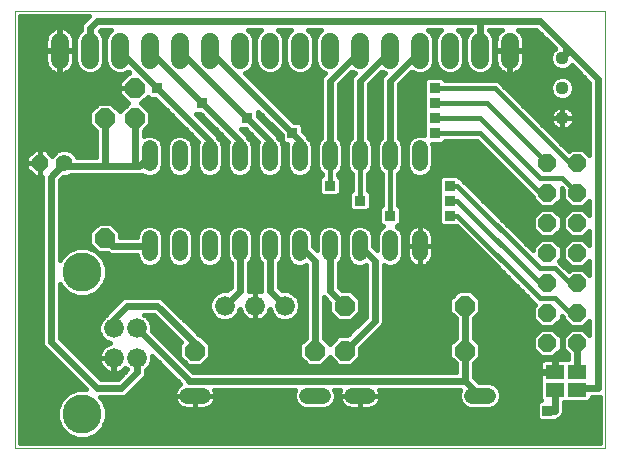
<source format=gbl>
G75*
G70*
%OFA0B0*%
%FSLAX24Y24*%
%IPPOS*%
%LPD*%
%AMOC8*
5,1,8,0,0,1.08239X$1,22.5*
%
%ADD10C,0.0000*%
%ADD11OC8,0.0660*%
%ADD12C,0.0660*%
%ADD13C,0.0520*%
%ADD14OC8,0.0560*%
%ADD15C,0.0560*%
%ADD16C,0.0440*%
%ADD17C,0.1300*%
%ADD18OC8,0.0600*%
%ADD19C,0.0600*%
%ADD20R,0.0630X0.0460*%
%ADD21C,0.0240*%
%ADD22C,0.0160*%
%ADD23R,0.0356X0.0356*%
D10*
X001774Y000181D02*
X001774Y014748D01*
X021459Y014748D01*
X021459Y000181D01*
X001774Y000181D01*
D11*
X007774Y003431D03*
X011774Y003431D03*
X012774Y003431D03*
X012774Y004931D03*
X016774Y004931D03*
X016774Y003431D03*
X005774Y011181D03*
X004774Y011181D03*
X005774Y012181D03*
X004774Y007181D03*
D12*
X008774Y004931D03*
X009774Y004931D03*
X010774Y004931D03*
X005854Y004174D03*
X005074Y004174D03*
X005074Y003189D03*
X005854Y003189D03*
D13*
X007514Y001931D02*
X008034Y001931D01*
X011514Y001931D02*
X012034Y001931D01*
X013014Y001931D02*
X013534Y001931D01*
X017014Y001931D02*
X017534Y001931D01*
X015274Y006671D02*
X015274Y007191D01*
X014274Y007191D02*
X014274Y006671D01*
X013274Y006671D02*
X013274Y007191D01*
X012274Y007191D02*
X012274Y006671D01*
X011274Y006671D02*
X011274Y007191D01*
X010274Y007191D02*
X010274Y006671D01*
X009274Y006671D02*
X009274Y007191D01*
X008274Y007191D02*
X008274Y006671D01*
X007274Y006671D02*
X007274Y007191D01*
X006274Y007191D02*
X006274Y006671D01*
X006274Y009671D02*
X006274Y010191D01*
X007274Y010191D02*
X007274Y009671D01*
X008274Y009671D02*
X008274Y010191D01*
X009274Y010191D02*
X009274Y009671D01*
X010274Y009671D02*
X010274Y010191D01*
X011274Y010191D02*
X011274Y009671D01*
X012274Y009671D02*
X012274Y010191D01*
X013274Y010191D02*
X013274Y009671D01*
X014274Y009671D02*
X014274Y010191D01*
X015274Y010191D02*
X015274Y009671D01*
D14*
X002624Y009681D03*
D15*
X003424Y009681D03*
D16*
X020024Y011181D03*
X020024Y012181D03*
X020024Y013181D03*
D17*
X004004Y006051D03*
X004004Y001311D03*
D18*
X019524Y003681D03*
X020524Y003681D03*
X020524Y004681D03*
X019524Y004681D03*
X019524Y005681D03*
X020524Y005681D03*
X020524Y006681D03*
X019524Y006681D03*
X019524Y007681D03*
X020524Y007681D03*
X020524Y008681D03*
X019524Y008681D03*
X019524Y009681D03*
X020524Y009681D03*
D19*
X018274Y013131D02*
X018274Y013731D01*
X017274Y013731D02*
X017274Y013131D01*
X016274Y013131D02*
X016274Y013731D01*
X015274Y013731D02*
X015274Y013131D01*
X014274Y013131D02*
X014274Y013731D01*
X013274Y013731D02*
X013274Y013131D01*
X012274Y013131D02*
X012274Y013731D01*
X011274Y013731D02*
X011274Y013131D01*
X010274Y013131D02*
X010274Y013731D01*
X009274Y013731D02*
X009274Y013131D01*
X008274Y013131D02*
X008274Y013731D01*
X007274Y013731D02*
X007274Y013131D01*
X006274Y013131D02*
X006274Y013731D01*
X005274Y013731D02*
X005274Y013131D01*
X004274Y013131D02*
X004274Y013731D01*
X003274Y013731D02*
X003274Y013131D01*
D20*
X019774Y002731D03*
X020524Y002731D03*
X020524Y002131D03*
X019774Y002131D03*
D21*
X019774Y001431D01*
X019524Y001431D01*
X020524Y002131D02*
X020574Y002181D01*
X021224Y002181D01*
X021224Y012481D01*
X020149Y013556D01*
X020149Y013306D01*
X020024Y013181D01*
X020149Y013556D02*
X019274Y014431D01*
X017274Y014431D01*
X017274Y013431D01*
X017274Y014431D02*
X004524Y014431D01*
X004274Y014181D01*
X004274Y013431D01*
X005274Y013431D02*
X006524Y012181D01*
X008274Y010431D01*
X008274Y009931D01*
X009274Y009931D02*
X009274Y010431D01*
X008024Y011681D01*
X006274Y013431D01*
X007274Y013431D02*
X009524Y011181D01*
X010274Y010431D01*
X010274Y009931D01*
X011274Y009931D02*
X011274Y010431D01*
X011024Y010681D01*
X008274Y013431D01*
X005774Y011181D02*
X005774Y009581D01*
X005924Y009581D01*
X006274Y009931D01*
X005774Y009581D02*
X004774Y009581D01*
X004774Y011181D01*
X004774Y009581D02*
X003274Y009581D01*
X003424Y009681D01*
X002974Y009231D01*
X002974Y003731D01*
X004524Y002181D01*
X005324Y002181D01*
X005854Y002711D01*
X005854Y003189D01*
X005854Y004174D02*
X007574Y002454D01*
X007574Y002431D01*
X016774Y002431D01*
X017274Y001931D01*
X016774Y002431D02*
X016774Y003431D01*
X016774Y004931D01*
X013774Y004431D02*
X013774Y006431D01*
X013274Y006931D01*
X012274Y006931D02*
X012274Y005431D01*
X012774Y004931D01*
X013774Y004431D02*
X012774Y003431D01*
X011774Y003431D02*
X011774Y006431D01*
X011274Y006931D01*
X010274Y006931D02*
X010274Y005431D01*
X010774Y004931D01*
X009274Y005431D02*
X009274Y006931D01*
X009274Y005431D02*
X008774Y004931D01*
X007774Y003681D02*
X007774Y003431D01*
X007774Y003681D02*
X006524Y004931D01*
X005524Y004931D01*
X005074Y004481D01*
X005074Y004174D01*
X005024Y006931D02*
X006274Y006931D01*
X005024Y006931D02*
X004774Y007181D01*
X012274Y009931D02*
X012274Y012431D01*
X013274Y013431D01*
X013274Y012431D02*
X014274Y013431D01*
X014274Y012431D02*
X015274Y013431D01*
X014274Y012431D02*
X014274Y009931D01*
X013274Y009931D02*
X013274Y012431D01*
X020524Y003681D02*
X020524Y002731D01*
D22*
X020224Y003141D02*
X020134Y003141D01*
X020130Y003137D01*
X020113Y003141D01*
X019809Y003141D01*
X019809Y002767D01*
X019739Y002767D01*
X019739Y003141D01*
X019435Y003141D01*
X019389Y003129D01*
X019348Y003105D01*
X019315Y003072D01*
X019291Y003031D01*
X019279Y002985D01*
X019279Y002766D01*
X019739Y002766D01*
X019739Y002696D01*
X019279Y002696D01*
X019279Y002478D01*
X019288Y002445D01*
X019279Y002436D01*
X019279Y001827D01*
X019316Y001789D01*
X019271Y001789D01*
X019166Y001684D01*
X019166Y001179D01*
X019271Y001073D01*
X019776Y001073D01*
X019835Y001132D01*
X019944Y001177D01*
X020028Y001261D01*
X020074Y001372D01*
X020074Y001721D01*
X020134Y001721D01*
X020913Y001721D01*
X021019Y001827D01*
X021019Y001881D01*
X021164Y001881D01*
X021279Y001881D01*
X021279Y000361D01*
X001954Y000361D01*
X001954Y014568D01*
X004237Y014568D01*
X004104Y014436D01*
X004020Y014351D01*
X003974Y014241D01*
X003974Y014110D01*
X003867Y014003D01*
X003794Y013827D01*
X003794Y013036D01*
X003867Y012859D01*
X004002Y012724D01*
X004178Y012651D01*
X004369Y012651D01*
X004546Y012724D01*
X004681Y012859D01*
X004754Y013036D01*
X004754Y013827D01*
X004681Y014003D01*
X004600Y014084D01*
X004648Y014131D01*
X004995Y014131D01*
X004867Y014003D01*
X004794Y013827D01*
X004794Y013036D01*
X004867Y012859D01*
X005002Y012724D01*
X005178Y012651D01*
X005369Y012651D01*
X005546Y012724D01*
X005551Y012730D01*
X005590Y012691D01*
X005563Y012691D01*
X005264Y012393D01*
X005264Y012182D01*
X005773Y012182D01*
X005773Y012181D01*
X005264Y012181D01*
X005264Y011970D01*
X005553Y011681D01*
X005274Y011403D01*
X004985Y011691D01*
X004563Y011691D01*
X004264Y011393D01*
X004264Y010970D01*
X004474Y010760D01*
X004474Y009881D01*
X003839Y009881D01*
X003814Y009942D01*
X003684Y010071D01*
X003515Y010141D01*
X003332Y010141D01*
X003163Y010071D01*
X003034Y009942D01*
X003028Y009928D01*
X002814Y010141D01*
X002624Y010141D01*
X002624Y009682D01*
X002624Y009682D01*
X002624Y010141D01*
X002433Y010141D01*
X002164Y009872D01*
X002164Y009682D01*
X002623Y009682D01*
X002623Y009681D01*
X002164Y009681D01*
X002164Y009491D01*
X002433Y009221D01*
X002624Y009221D01*
X002674Y009221D01*
X002674Y009172D01*
X002674Y003672D01*
X002720Y003561D01*
X002804Y003477D01*
X004140Y002141D01*
X003839Y002141D01*
X003534Y002015D01*
X003300Y001782D01*
X003174Y001476D01*
X003174Y001146D01*
X003300Y000841D01*
X003534Y000608D01*
X003839Y000481D01*
X004169Y000481D01*
X004474Y000608D01*
X004707Y000841D01*
X004834Y001146D01*
X004834Y001476D01*
X004707Y001782D01*
X004608Y001881D01*
X005384Y001881D01*
X005494Y001927D01*
X005578Y002011D01*
X006108Y002541D01*
X006154Y002652D01*
X006154Y002768D01*
X006286Y002900D01*
X006364Y003088D01*
X006364Y003239D01*
X007291Y002312D01*
X007283Y002308D01*
X007227Y002267D01*
X007178Y002218D01*
X007138Y002162D01*
X007106Y002100D01*
X007085Y002034D01*
X007074Y001966D01*
X007074Y001932D01*
X007773Y001932D01*
X007773Y001931D01*
X007074Y001931D01*
X007074Y001897D01*
X007085Y001828D01*
X007106Y001762D01*
X007138Y001701D01*
X007178Y001645D01*
X007227Y001596D01*
X007283Y001555D01*
X007345Y001524D01*
X007411Y001502D01*
X007479Y001491D01*
X007774Y001491D01*
X008068Y001491D01*
X008137Y001502D01*
X008203Y001524D01*
X008264Y001555D01*
X008320Y001596D01*
X008369Y001645D01*
X008410Y001701D01*
X008442Y001762D01*
X008463Y001828D01*
X008474Y001897D01*
X008474Y001931D01*
X007774Y001931D01*
X007774Y001491D01*
X007774Y001931D01*
X007774Y001931D01*
X007774Y001932D01*
X008474Y001932D01*
X008474Y001966D01*
X008463Y002034D01*
X008442Y002100D01*
X008426Y002131D01*
X011120Y002131D01*
X011074Y002019D01*
X011074Y001844D01*
X011141Y001682D01*
X011265Y001558D01*
X011426Y001491D01*
X012121Y001491D01*
X012283Y001558D01*
X012407Y001682D01*
X012474Y001844D01*
X012474Y002019D01*
X012427Y002131D01*
X012622Y002131D01*
X012606Y002100D01*
X012585Y002034D01*
X012574Y001966D01*
X012574Y001932D01*
X013273Y001932D01*
X013273Y001931D01*
X012574Y001931D01*
X012574Y001897D01*
X012585Y001828D01*
X012606Y001762D01*
X012638Y001701D01*
X012678Y001645D01*
X012727Y001596D01*
X012783Y001555D01*
X012845Y001524D01*
X012911Y001502D01*
X012979Y001491D01*
X013274Y001491D01*
X013568Y001491D01*
X013637Y001502D01*
X013703Y001524D01*
X013764Y001555D01*
X013820Y001596D01*
X013869Y001645D01*
X013910Y001701D01*
X013942Y001762D01*
X013963Y001828D01*
X013974Y001897D01*
X013974Y001931D01*
X013274Y001931D01*
X013274Y001491D01*
X013274Y001931D01*
X013274Y001931D01*
X013274Y001932D01*
X013974Y001932D01*
X013974Y001966D01*
X013963Y002034D01*
X013942Y002100D01*
X013926Y002131D01*
X016620Y002131D01*
X016574Y002019D01*
X016574Y001844D01*
X016641Y001682D01*
X016765Y001558D01*
X016926Y001491D01*
X017621Y001491D01*
X017783Y001558D01*
X017907Y001682D01*
X017974Y001844D01*
X017974Y002019D01*
X017907Y002181D01*
X017783Y002304D01*
X017621Y002371D01*
X017258Y002371D01*
X017074Y002556D01*
X017074Y003010D01*
X017284Y003220D01*
X017284Y003643D01*
X017074Y003853D01*
X017074Y004510D01*
X017284Y004720D01*
X017284Y005143D01*
X016985Y005441D01*
X016563Y005441D01*
X016264Y005143D01*
X016264Y004720D01*
X016474Y004510D01*
X016474Y003853D01*
X016264Y003643D01*
X016264Y003220D01*
X016474Y003010D01*
X016474Y002731D01*
X007720Y002731D01*
X006364Y004088D01*
X006364Y004275D01*
X006286Y004462D01*
X006569Y004462D01*
X006727Y004304D02*
X006352Y004304D01*
X006364Y004145D02*
X006886Y004145D01*
X007045Y003986D02*
X006465Y003986D01*
X006624Y003828D02*
X007203Y003828D01*
X007326Y003705D02*
X007264Y003643D01*
X007264Y003220D01*
X007563Y002921D01*
X007985Y002921D01*
X008284Y003220D01*
X008284Y003643D01*
X007985Y003941D01*
X007938Y003941D01*
X006694Y005186D01*
X006584Y005231D01*
X006464Y005231D01*
X005464Y005231D01*
X005354Y005186D01*
X005270Y005101D01*
X004820Y004651D01*
X004804Y004614D01*
X004785Y004606D01*
X004641Y004462D01*
X003274Y004462D01*
X003274Y004304D02*
X004576Y004304D01*
X004564Y004275D02*
X004564Y004072D01*
X004641Y003885D01*
X004785Y003741D01*
X004933Y003680D01*
X004878Y003662D01*
X004807Y003625D01*
X004742Y003578D01*
X004685Y003521D01*
X004638Y003457D01*
X004601Y003385D01*
X004576Y003309D01*
X004564Y003229D01*
X004564Y003199D01*
X005064Y003199D01*
X005064Y003179D01*
X005084Y003179D01*
X005084Y002679D01*
X005114Y002679D01*
X005193Y002692D01*
X005270Y002717D01*
X005341Y002753D01*
X005406Y002800D01*
X005463Y002857D01*
X005464Y002858D01*
X005520Y002802D01*
X005200Y002481D01*
X004648Y002481D01*
X003274Y003856D01*
X003274Y005645D01*
X003300Y005581D01*
X003534Y005348D01*
X003839Y005221D01*
X004169Y005221D01*
X004474Y005348D01*
X004707Y005581D01*
X004834Y005886D01*
X004834Y006216D01*
X004707Y006522D01*
X004474Y006755D01*
X004169Y006881D01*
X003839Y006881D01*
X003534Y006755D01*
X003300Y006522D01*
X003274Y006458D01*
X003274Y009107D01*
X003388Y009221D01*
X003515Y009221D01*
X003660Y009281D01*
X004714Y009281D01*
X004834Y009281D01*
X005714Y009281D01*
X005834Y009281D01*
X005864Y009281D01*
X005984Y009281D01*
X006025Y009298D01*
X006186Y009231D01*
X006361Y009231D01*
X006523Y009298D01*
X006647Y009422D01*
X006714Y009584D01*
X006714Y010279D01*
X006647Y010441D01*
X006523Y010564D01*
X006361Y010631D01*
X006186Y010631D01*
X006074Y010585D01*
X006074Y010760D01*
X006284Y010970D01*
X006284Y011393D01*
X005995Y011681D01*
X006204Y011890D01*
X006271Y011823D01*
X006458Y011823D01*
X007883Y010398D01*
X007834Y010279D01*
X007834Y009584D01*
X007901Y009422D01*
X008025Y009298D01*
X008186Y009231D01*
X008361Y009231D01*
X008523Y009298D01*
X008647Y009422D01*
X008714Y009584D01*
X008714Y010279D01*
X008647Y010441D01*
X008558Y010530D01*
X008528Y010601D01*
X007806Y011323D01*
X007958Y011323D01*
X008883Y010398D01*
X008834Y010279D01*
X008834Y009584D01*
X008901Y009422D01*
X009025Y009298D01*
X009186Y009231D01*
X009361Y009231D01*
X009523Y009298D01*
X009647Y009422D01*
X009714Y009584D01*
X009714Y010279D01*
X009647Y010441D01*
X009558Y010530D01*
X009528Y010601D01*
X009306Y010823D01*
X009458Y010823D01*
X009883Y010398D01*
X009834Y010279D01*
X009834Y009584D01*
X009901Y009422D01*
X010025Y009298D01*
X010186Y009231D01*
X010361Y009231D01*
X010523Y009298D01*
X010647Y009422D01*
X010714Y009584D01*
X010714Y010279D01*
X010647Y010441D01*
X010558Y010530D01*
X010528Y010601D01*
X009882Y011248D01*
X009882Y011399D01*
X010666Y010615D01*
X010666Y010429D01*
X010771Y010323D01*
X010852Y010323D01*
X010834Y010279D01*
X010834Y009584D01*
X010901Y009422D01*
X011025Y009298D01*
X011186Y009231D01*
X011361Y009231D01*
X011523Y009298D01*
X011647Y009422D01*
X011714Y009584D01*
X011714Y010279D01*
X011647Y010441D01*
X011558Y010530D01*
X011528Y010601D01*
X011382Y010748D01*
X011382Y010934D01*
X011276Y011039D01*
X011090Y011039D01*
X009446Y012683D01*
X009546Y012724D01*
X009681Y012859D01*
X009754Y013036D01*
X009754Y013827D01*
X009681Y014003D01*
X009553Y014131D01*
X009995Y014131D01*
X009867Y014003D01*
X009794Y013827D01*
X009794Y013036D01*
X009867Y012859D01*
X010002Y012724D01*
X010178Y012651D01*
X010369Y012651D01*
X010546Y012724D01*
X010681Y012859D01*
X010754Y013036D01*
X010754Y013827D01*
X010681Y014003D01*
X010553Y014131D01*
X010995Y014131D01*
X010867Y014003D01*
X010794Y013827D01*
X010794Y013036D01*
X010867Y012859D01*
X011002Y012724D01*
X011178Y012651D01*
X011369Y012651D01*
X011546Y012724D01*
X011681Y012859D01*
X011754Y013036D01*
X011754Y013827D01*
X011681Y014003D01*
X011553Y014131D01*
X011995Y014131D01*
X011867Y014003D01*
X011794Y013827D01*
X011794Y013036D01*
X011867Y012859D01*
X012002Y012724D01*
X012101Y012683D01*
X012020Y012601D01*
X011974Y012491D01*
X011974Y012372D01*
X011974Y010514D01*
X011901Y010441D01*
X011834Y010279D01*
X011834Y009584D01*
X011901Y009422D01*
X012014Y009309D01*
X012014Y009282D01*
X011916Y009184D01*
X011916Y008679D01*
X012021Y008573D01*
X012526Y008573D01*
X012632Y008679D01*
X012632Y009184D01*
X012534Y009282D01*
X012534Y009309D01*
X012647Y009422D01*
X012714Y009584D01*
X012714Y010279D01*
X012647Y010441D01*
X012574Y010514D01*
X012574Y012307D01*
X012997Y012730D01*
X013002Y012724D01*
X013101Y012683D01*
X013020Y012601D01*
X012974Y012491D01*
X012974Y012372D01*
X012974Y010514D01*
X012901Y010441D01*
X012834Y010279D01*
X012834Y009584D01*
X012901Y009422D01*
X013014Y009309D01*
X013014Y008782D01*
X012916Y008684D01*
X012916Y008179D01*
X013021Y008073D01*
X013526Y008073D01*
X013632Y008179D01*
X013632Y008684D01*
X013534Y008782D01*
X013534Y009309D01*
X013647Y009422D01*
X013714Y009584D01*
X013714Y010279D01*
X013647Y010441D01*
X013574Y010514D01*
X013574Y012307D01*
X013997Y012730D01*
X014002Y012724D01*
X014101Y012683D01*
X014020Y012601D01*
X013974Y012491D01*
X013974Y012372D01*
X013974Y010514D01*
X013901Y010441D01*
X013834Y010279D01*
X013834Y009584D01*
X013901Y009422D01*
X014014Y009309D01*
X014014Y008282D01*
X013916Y008184D01*
X013916Y007679D01*
X014021Y007573D01*
X014046Y007573D01*
X014025Y007564D01*
X013901Y007441D01*
X013834Y007279D01*
X013834Y006796D01*
X013714Y006916D01*
X013714Y007279D01*
X013647Y007441D01*
X013523Y007564D01*
X013361Y007631D01*
X013186Y007631D01*
X013025Y007564D01*
X012901Y007441D01*
X012834Y007279D01*
X012834Y006584D01*
X012901Y006422D01*
X013025Y006298D01*
X013186Y006231D01*
X013361Y006231D01*
X013474Y006278D01*
X013474Y004556D01*
X012860Y003941D01*
X012563Y003941D01*
X012274Y003653D01*
X012074Y003853D01*
X012074Y005207D01*
X012104Y005177D01*
X012264Y005017D01*
X012264Y004720D01*
X012563Y004421D01*
X012985Y004421D01*
X013284Y004720D01*
X013284Y005143D01*
X012985Y005441D01*
X012688Y005441D01*
X012574Y005556D01*
X012574Y006349D01*
X012647Y006422D01*
X012714Y006584D01*
X012714Y007279D01*
X012647Y007441D01*
X012523Y007564D01*
X012361Y007631D01*
X012186Y007631D01*
X012025Y007564D01*
X011901Y007441D01*
X011834Y007279D01*
X011834Y006796D01*
X011714Y006916D01*
X011714Y007279D01*
X011647Y007441D01*
X011523Y007564D01*
X011361Y007631D01*
X011186Y007631D01*
X011025Y007564D01*
X010901Y007441D01*
X010834Y007279D01*
X010834Y006584D01*
X010901Y006422D01*
X011025Y006298D01*
X011186Y006231D01*
X011361Y006231D01*
X011474Y006278D01*
X011474Y003853D01*
X011264Y003643D01*
X011264Y003220D01*
X011563Y002921D01*
X011985Y002921D01*
X012274Y003210D01*
X012563Y002921D01*
X012985Y002921D01*
X013284Y003220D01*
X013284Y003517D01*
X013944Y004177D01*
X014028Y004261D01*
X014074Y004372D01*
X014074Y006278D01*
X014186Y006231D01*
X014361Y006231D01*
X014523Y006298D01*
X014647Y006422D01*
X014714Y006584D01*
X014714Y007279D01*
X014647Y007441D01*
X014523Y007564D01*
X014501Y007573D01*
X014526Y007573D01*
X014632Y007679D01*
X014632Y008184D01*
X014534Y008282D01*
X014534Y009309D01*
X014647Y009422D01*
X014714Y009584D01*
X014714Y010279D01*
X014647Y010441D01*
X014574Y010514D01*
X014574Y012307D01*
X014997Y012730D01*
X015002Y012724D01*
X015178Y012651D01*
X015369Y012651D01*
X015546Y012724D01*
X015681Y012859D01*
X015754Y013036D01*
X015754Y013827D01*
X015681Y014003D01*
X015553Y014131D01*
X015995Y014131D01*
X015867Y014003D01*
X015794Y013827D01*
X015794Y013036D01*
X015867Y012859D01*
X016002Y012724D01*
X016178Y012651D01*
X016369Y012651D01*
X016546Y012724D01*
X016681Y012859D01*
X016754Y013036D01*
X016754Y013827D01*
X016681Y014003D01*
X016553Y014131D01*
X016974Y014131D01*
X016974Y014110D01*
X016867Y014003D01*
X016794Y013827D01*
X016794Y013036D01*
X016867Y012859D01*
X017002Y012724D01*
X017178Y012651D01*
X017369Y012651D01*
X017546Y012724D01*
X017681Y012859D01*
X017754Y013036D01*
X017754Y013827D01*
X017681Y014003D01*
X017574Y014110D01*
X017574Y014131D01*
X018008Y014131D01*
X017961Y014098D01*
X017908Y014044D01*
X017863Y013983D01*
X017829Y013916D01*
X017806Y013844D01*
X017794Y013769D01*
X017794Y013451D01*
X018254Y013451D01*
X018254Y013411D01*
X018294Y013411D01*
X018294Y012651D01*
X018312Y012651D01*
X018386Y012663D01*
X018458Y012687D01*
X018525Y012721D01*
X018587Y012765D01*
X018640Y012819D01*
X018684Y012880D01*
X018719Y012947D01*
X018742Y013019D01*
X018754Y013094D01*
X018754Y013411D01*
X018294Y013411D01*
X018294Y013451D01*
X018754Y013451D01*
X018754Y013769D01*
X018742Y013844D01*
X018719Y013916D01*
X018684Y013983D01*
X018640Y014044D01*
X018587Y014098D01*
X018540Y014131D01*
X019150Y014131D01*
X019779Y013502D01*
X019685Y013408D01*
X019624Y013261D01*
X019624Y013102D01*
X019685Y012955D01*
X019797Y012842D01*
X019944Y012781D01*
X020103Y012781D01*
X020250Y012842D01*
X020345Y012936D01*
X020924Y012357D01*
X020924Y009960D01*
X020723Y010161D01*
X020325Y010161D01*
X020243Y010080D01*
X017921Y012402D01*
X017826Y012441D01*
X017722Y012441D01*
X016125Y012441D01*
X016026Y012539D01*
X015521Y012539D01*
X015416Y012434D01*
X015416Y011929D01*
X015416Y011434D01*
X015416Y010934D01*
X015416Y010609D01*
X015361Y010631D01*
X015186Y010631D01*
X015025Y010564D01*
X014901Y010441D01*
X014834Y010279D01*
X014834Y009584D01*
X014901Y009422D01*
X015025Y009298D01*
X015186Y009231D01*
X015361Y009231D01*
X015523Y009298D01*
X015647Y009422D01*
X015714Y009584D01*
X015714Y010279D01*
X015695Y010323D01*
X016026Y010323D01*
X016125Y010421D01*
X017166Y010421D01*
X019044Y008544D01*
X019044Y008483D01*
X019325Y008201D01*
X019723Y008201D01*
X020004Y008483D01*
X020004Y008834D01*
X020044Y008794D01*
X020044Y008483D01*
X020325Y008201D01*
X020723Y008201D01*
X020924Y008403D01*
X020924Y007960D01*
X020723Y008161D01*
X020325Y008161D01*
X020044Y007880D01*
X020044Y007483D01*
X020325Y007201D01*
X020723Y007201D01*
X020924Y007403D01*
X020924Y006960D01*
X020723Y007161D01*
X020325Y007161D01*
X020044Y006880D01*
X020044Y006483D01*
X020325Y006201D01*
X020723Y006201D01*
X020924Y006403D01*
X020924Y005960D01*
X020723Y006161D01*
X020325Y006161D01*
X020243Y006080D01*
X019994Y006329D01*
X019922Y006401D01*
X020004Y006483D01*
X020004Y006880D01*
X019723Y007161D01*
X019325Y007161D01*
X019044Y006880D01*
X019044Y006779D01*
X016671Y009152D01*
X016632Y009168D01*
X016632Y009184D01*
X016526Y009289D01*
X016021Y009289D01*
X015916Y009184D01*
X015916Y008679D01*
X015916Y008179D01*
X015916Y007679D01*
X016021Y007573D01*
X016514Y007573D01*
X019126Y004962D01*
X019044Y004880D01*
X019044Y004483D01*
X019325Y004201D01*
X019723Y004201D01*
X020004Y004483D01*
X020004Y004584D01*
X020044Y004544D01*
X020044Y004483D01*
X020325Y004201D01*
X020723Y004201D01*
X020924Y004403D01*
X020924Y003960D01*
X020723Y004161D01*
X020325Y004161D01*
X020044Y003880D01*
X020044Y003483D01*
X020224Y003303D01*
X020224Y003141D01*
X020224Y003194D02*
X017257Y003194D01*
X017284Y003352D02*
X019174Y003352D01*
X019044Y003483D02*
X019325Y003201D01*
X019723Y003201D01*
X020004Y003483D01*
X020004Y003880D01*
X019723Y004161D01*
X019325Y004161D01*
X019044Y003880D01*
X019044Y003483D01*
X019044Y003511D02*
X017284Y003511D01*
X017257Y003669D02*
X019044Y003669D01*
X019044Y003828D02*
X017099Y003828D01*
X017074Y003986D02*
X019150Y003986D01*
X019309Y004145D02*
X017074Y004145D01*
X017074Y004304D02*
X019223Y004304D01*
X019064Y004462D02*
X017074Y004462D01*
X017184Y004621D02*
X019044Y004621D01*
X019044Y004779D02*
X017284Y004779D01*
X017284Y004938D02*
X019101Y004938D01*
X018991Y005096D02*
X017284Y005096D01*
X017172Y005255D02*
X018833Y005255D01*
X018674Y005413D02*
X017013Y005413D01*
X016535Y005413D02*
X014074Y005413D01*
X014074Y005255D02*
X016376Y005255D01*
X016264Y005096D02*
X014074Y005096D01*
X014074Y004938D02*
X016264Y004938D01*
X016264Y004779D02*
X014074Y004779D01*
X014074Y004621D02*
X016363Y004621D01*
X016474Y004462D02*
X014074Y004462D01*
X014046Y004304D02*
X016474Y004304D01*
X016474Y004145D02*
X013912Y004145D01*
X013753Y003986D02*
X016474Y003986D01*
X016449Y003828D02*
X013595Y003828D01*
X013436Y003669D02*
X016291Y003669D01*
X016264Y003511D02*
X013284Y003511D01*
X013284Y003352D02*
X016264Y003352D01*
X016290Y003194D02*
X013257Y003194D01*
X013099Y003035D02*
X016449Y003035D01*
X016474Y002877D02*
X007575Y002877D01*
X007449Y003035D02*
X007416Y003035D01*
X007290Y003194D02*
X007258Y003194D01*
X007264Y003352D02*
X007099Y003352D01*
X006941Y003511D02*
X007264Y003511D01*
X007291Y003669D02*
X006782Y003669D01*
X007326Y003705D02*
X006400Y004631D01*
X006081Y004631D01*
X006143Y004606D01*
X006286Y004462D01*
X006410Y004621D02*
X006107Y004621D01*
X006942Y004938D02*
X008264Y004938D01*
X008264Y005033D02*
X008264Y004830D01*
X008341Y004643D01*
X008485Y004499D01*
X008672Y004421D01*
X008875Y004421D01*
X009063Y004499D01*
X009206Y004643D01*
X009276Y004812D01*
X009276Y004812D01*
X009301Y004736D01*
X009338Y004664D01*
X009385Y004599D01*
X009442Y004542D01*
X009507Y004495D01*
X009578Y004459D01*
X009654Y004434D01*
X009734Y004421D01*
X009774Y004421D01*
X009814Y004421D01*
X009893Y004434D01*
X009970Y004459D01*
X010041Y004495D01*
X010106Y004542D01*
X010163Y004599D01*
X010210Y004664D01*
X010246Y004736D01*
X010271Y004812D01*
X010341Y004643D01*
X010485Y004499D01*
X010672Y004421D01*
X010875Y004421D01*
X011063Y004499D01*
X011206Y004643D01*
X011284Y004830D01*
X011284Y005033D01*
X011206Y005220D01*
X011063Y005364D01*
X010875Y005441D01*
X010688Y005441D01*
X010574Y005556D01*
X010574Y006349D01*
X010647Y006422D01*
X010714Y006584D01*
X010714Y007279D01*
X010647Y007441D01*
X010523Y007564D01*
X010361Y007631D01*
X010186Y007631D01*
X010025Y007564D01*
X009901Y007441D01*
X009834Y007279D01*
X009834Y006584D01*
X009901Y006422D01*
X009974Y006349D01*
X009974Y005402D01*
X009970Y005404D01*
X009893Y005429D01*
X009814Y005441D01*
X009774Y005441D01*
X009774Y004932D01*
X009774Y004932D01*
X009774Y005441D01*
X009734Y005441D01*
X009654Y005429D01*
X009578Y005404D01*
X009574Y005402D01*
X009574Y006349D01*
X009647Y006422D01*
X009714Y006584D01*
X009714Y007279D01*
X009647Y007441D01*
X009523Y007564D01*
X009361Y007631D01*
X009186Y007631D01*
X009025Y007564D01*
X008901Y007441D01*
X008834Y007279D01*
X008834Y006584D01*
X008901Y006422D01*
X008974Y006349D01*
X008974Y005556D01*
X008860Y005441D01*
X008672Y005441D01*
X008485Y005364D01*
X008341Y005220D01*
X008264Y005033D01*
X008290Y005096D02*
X006783Y005096D01*
X007100Y004779D02*
X008285Y004779D01*
X008363Y004621D02*
X007259Y004621D01*
X007417Y004462D02*
X008574Y004462D01*
X008973Y004462D02*
X009572Y004462D01*
X009774Y004462D02*
X009774Y004462D01*
X009774Y004421D02*
X009774Y004931D01*
X009774Y004931D01*
X009774Y004421D01*
X009774Y004621D02*
X009774Y004621D01*
X009976Y004462D02*
X010574Y004462D01*
X010363Y004621D02*
X010178Y004621D01*
X010261Y004779D02*
X010285Y004779D01*
X010271Y004812D02*
X010271Y004812D01*
X009774Y004779D02*
X009774Y004779D01*
X009774Y004938D02*
X009774Y004938D01*
X009774Y005096D02*
X009774Y005096D01*
X009774Y005255D02*
X009774Y005255D01*
X009774Y005413D02*
X009774Y005413D01*
X009941Y005413D02*
X009974Y005413D01*
X009974Y005572D02*
X009574Y005572D01*
X009574Y005730D02*
X009974Y005730D01*
X009974Y005889D02*
X009574Y005889D01*
X009574Y006048D02*
X009974Y006048D01*
X009974Y006206D02*
X009574Y006206D01*
X009589Y006365D02*
X009958Y006365D01*
X009859Y006523D02*
X009689Y006523D01*
X009714Y006682D02*
X009834Y006682D01*
X009834Y006840D02*
X009714Y006840D01*
X009714Y006999D02*
X009834Y006999D01*
X009834Y007157D02*
X009714Y007157D01*
X009699Y007316D02*
X009849Y007316D01*
X009935Y007474D02*
X009613Y007474D01*
X008935Y007474D02*
X008613Y007474D01*
X008647Y007441D02*
X008523Y007564D01*
X008361Y007631D01*
X008186Y007631D01*
X008025Y007564D01*
X007901Y007441D01*
X007834Y007279D01*
X007834Y006584D01*
X007901Y006422D01*
X008025Y006298D01*
X008186Y006231D01*
X008361Y006231D01*
X008523Y006298D01*
X008647Y006422D01*
X008714Y006584D01*
X008714Y007279D01*
X008647Y007441D01*
X008699Y007316D02*
X008849Y007316D01*
X008834Y007157D02*
X008714Y007157D01*
X008714Y006999D02*
X008834Y006999D01*
X008834Y006840D02*
X008714Y006840D01*
X008714Y006682D02*
X008834Y006682D01*
X008859Y006523D02*
X008689Y006523D01*
X008589Y006365D02*
X008958Y006365D01*
X008974Y006206D02*
X004834Y006206D01*
X004834Y006048D02*
X008974Y006048D01*
X008974Y005889D02*
X004834Y005889D01*
X004769Y005730D02*
X008974Y005730D01*
X008974Y005572D02*
X004698Y005572D01*
X004540Y005413D02*
X008605Y005413D01*
X008376Y005255D02*
X004250Y005255D01*
X003758Y005255D02*
X003274Y005255D01*
X003274Y005413D02*
X003468Y005413D01*
X003310Y005572D02*
X003274Y005572D01*
X003274Y005096D02*
X005264Y005096D01*
X005106Y004938D02*
X003274Y004938D01*
X003274Y004779D02*
X004947Y004779D01*
X004807Y004621D02*
X003274Y004621D01*
X003274Y004145D02*
X004564Y004145D01*
X004564Y004275D02*
X004641Y004462D01*
X004599Y003986D02*
X003274Y003986D01*
X003302Y003828D02*
X004698Y003828D01*
X004901Y003669D02*
X003460Y003669D01*
X003619Y003511D02*
X004677Y003511D01*
X004591Y003352D02*
X003777Y003352D01*
X003936Y003194D02*
X005064Y003194D01*
X005064Y003179D02*
X004564Y003179D01*
X004564Y003149D01*
X004576Y003070D01*
X004601Y002994D01*
X004638Y002922D01*
X004685Y002857D01*
X004742Y002800D01*
X004807Y002753D01*
X004878Y002717D01*
X004954Y002692D01*
X005034Y002679D01*
X005064Y002679D01*
X005064Y003179D01*
X005064Y003035D02*
X005084Y003035D01*
X005084Y002877D02*
X005064Y002877D01*
X005064Y002718D02*
X005084Y002718D01*
X005272Y002718D02*
X005436Y002718D01*
X005278Y002560D02*
X004570Y002560D01*
X004411Y002718D02*
X004875Y002718D01*
X004671Y002877D02*
X004253Y002877D01*
X004094Y003035D02*
X004588Y003035D01*
X003880Y002401D02*
X001954Y002401D01*
X001954Y002242D02*
X004039Y002242D01*
X003700Y002084D02*
X001954Y002084D01*
X001954Y001925D02*
X003444Y001925D01*
X003294Y001767D02*
X001954Y001767D01*
X001954Y001608D02*
X003228Y001608D01*
X003174Y001450D02*
X001954Y001450D01*
X001954Y001291D02*
X003174Y001291D01*
X003179Y001133D02*
X001954Y001133D01*
X001954Y000974D02*
X003245Y000974D01*
X003326Y000816D02*
X001954Y000816D01*
X001954Y000657D02*
X003484Y000657D01*
X003797Y000499D02*
X001954Y000499D01*
X004210Y000499D02*
X021279Y000499D01*
X021279Y000657D02*
X004523Y000657D01*
X004682Y000816D02*
X021279Y000816D01*
X021279Y000974D02*
X004762Y000974D01*
X004828Y001133D02*
X019212Y001133D01*
X019166Y001291D02*
X004834Y001291D01*
X004834Y001450D02*
X019166Y001450D01*
X019166Y001608D02*
X017833Y001608D01*
X017942Y001767D02*
X019249Y001767D01*
X019279Y001925D02*
X017974Y001925D01*
X017947Y002084D02*
X019279Y002084D01*
X019279Y002242D02*
X017845Y002242D01*
X017228Y002401D02*
X019279Y002401D01*
X019279Y002560D02*
X017074Y002560D01*
X017074Y002718D02*
X019739Y002718D01*
X019739Y002877D02*
X019809Y002877D01*
X019809Y003035D02*
X019739Y003035D01*
X019874Y003352D02*
X020174Y003352D01*
X020044Y003511D02*
X020004Y003511D01*
X020004Y003669D02*
X020044Y003669D01*
X020044Y003828D02*
X020004Y003828D01*
X019898Y003986D02*
X020150Y003986D01*
X020309Y004145D02*
X019739Y004145D01*
X019825Y004304D02*
X020223Y004304D01*
X020064Y004462D02*
X019983Y004462D01*
X020274Y004681D02*
X019774Y005181D01*
X019274Y005181D01*
X016524Y007931D01*
X016274Y007931D01*
X015916Y007950D02*
X014632Y007950D01*
X014632Y007791D02*
X015916Y007791D01*
X015962Y007633D02*
X014586Y007633D01*
X014613Y007474D02*
X014936Y007474D01*
X014938Y007478D02*
X014898Y007422D01*
X014866Y007360D01*
X014845Y007294D01*
X014834Y007226D01*
X014834Y006932D01*
X015273Y006932D01*
X015273Y006931D01*
X014834Y006931D01*
X014834Y006637D01*
X014845Y006568D01*
X014866Y006502D01*
X014898Y006441D01*
X014938Y006385D01*
X014987Y006336D01*
X015043Y006295D01*
X015105Y006264D01*
X015171Y006242D01*
X015239Y006231D01*
X015274Y006231D01*
X015308Y006231D01*
X015377Y006242D01*
X015443Y006264D01*
X015504Y006295D01*
X015560Y006336D01*
X015609Y006385D01*
X015650Y006441D01*
X015682Y006502D01*
X015703Y006568D01*
X015714Y006637D01*
X015714Y006931D01*
X015274Y006931D01*
X015274Y006231D01*
X015274Y006931D01*
X015274Y006931D01*
X015274Y006932D01*
X015274Y006932D01*
X015274Y007631D01*
X015308Y007631D01*
X015377Y007621D01*
X015443Y007599D01*
X015504Y007568D01*
X015560Y007527D01*
X015609Y007478D01*
X015650Y007422D01*
X015682Y007360D01*
X015703Y007294D01*
X015714Y007226D01*
X015714Y006932D01*
X015274Y006932D01*
X015274Y007631D01*
X015239Y007631D01*
X015171Y007621D01*
X015105Y007599D01*
X015043Y007568D01*
X014987Y007527D01*
X014938Y007478D01*
X014852Y007316D02*
X014699Y007316D01*
X014714Y007157D02*
X014834Y007157D01*
X014834Y006999D02*
X014714Y006999D01*
X014714Y006840D02*
X014834Y006840D01*
X014834Y006682D02*
X014714Y006682D01*
X014689Y006523D02*
X014859Y006523D01*
X014958Y006365D02*
X014589Y006365D01*
X014074Y006206D02*
X017881Y006206D01*
X017723Y006365D02*
X015589Y006365D01*
X015688Y006523D02*
X017564Y006523D01*
X017406Y006682D02*
X015714Y006682D01*
X015714Y006840D02*
X017247Y006840D01*
X017089Y006999D02*
X015714Y006999D01*
X015714Y007157D02*
X016930Y007157D01*
X016772Y007316D02*
X015696Y007316D01*
X015612Y007474D02*
X016613Y007474D01*
X015916Y008109D02*
X014632Y008109D01*
X014549Y008267D02*
X015916Y008267D01*
X015916Y008426D02*
X014534Y008426D01*
X014534Y008584D02*
X015916Y008584D01*
X015916Y008743D02*
X014534Y008743D01*
X014534Y008901D02*
X015916Y008901D01*
X015916Y009060D02*
X014534Y009060D01*
X014534Y009218D02*
X015950Y009218D01*
X015602Y009377D02*
X018211Y009377D01*
X018369Y009218D02*
X016598Y009218D01*
X016763Y009060D02*
X018528Y009060D01*
X018686Y008901D02*
X016922Y008901D01*
X017080Y008743D02*
X018845Y008743D01*
X019003Y008584D02*
X017239Y008584D01*
X017397Y008426D02*
X019101Y008426D01*
X019259Y008267D02*
X017556Y008267D01*
X017714Y008109D02*
X019272Y008109D01*
X019325Y008161D02*
X019044Y007880D01*
X019044Y007483D01*
X019325Y007201D01*
X019723Y007201D01*
X020004Y007483D01*
X020004Y007880D01*
X019723Y008161D01*
X019325Y008161D01*
X019114Y007950D02*
X017873Y007950D01*
X018031Y007791D02*
X019044Y007791D01*
X019044Y007633D02*
X018190Y007633D01*
X018349Y007474D02*
X019052Y007474D01*
X019211Y007316D02*
X018507Y007316D01*
X018666Y007157D02*
X019321Y007157D01*
X019162Y006999D02*
X018824Y006999D01*
X018983Y006840D02*
X019044Y006840D01*
X019727Y007157D02*
X020321Y007157D01*
X020162Y006999D02*
X019885Y006999D01*
X020004Y006840D02*
X020044Y006840D01*
X020044Y006682D02*
X020004Y006682D01*
X020004Y006523D02*
X020044Y006523D01*
X019958Y006365D02*
X020162Y006365D01*
X020117Y006206D02*
X020320Y006206D01*
X020727Y006206D02*
X020924Y006206D01*
X020924Y006048D02*
X020836Y006048D01*
X020886Y006365D02*
X020924Y006365D01*
X020924Y006999D02*
X020885Y006999D01*
X020924Y007157D02*
X020727Y007157D01*
X020837Y007316D02*
X020924Y007316D01*
X020211Y007316D02*
X019837Y007316D01*
X019996Y007474D02*
X020052Y007474D01*
X020044Y007633D02*
X020004Y007633D01*
X020004Y007791D02*
X020044Y007791D01*
X020114Y007950D02*
X019934Y007950D01*
X019775Y008109D02*
X020272Y008109D01*
X020259Y008267D02*
X019788Y008267D01*
X019947Y008426D02*
X020101Y008426D01*
X020044Y008584D02*
X020004Y008584D01*
X020004Y008743D02*
X020044Y008743D01*
X020024Y009181D02*
X020524Y008681D01*
X020788Y008267D02*
X020924Y008267D01*
X020924Y008109D02*
X020775Y008109D01*
X019524Y008681D02*
X019274Y008681D01*
X017274Y010681D01*
X015774Y010681D01*
X015416Y010645D02*
X014574Y010645D01*
X014574Y010804D02*
X015416Y010804D01*
X015416Y010962D02*
X014574Y010962D01*
X014574Y011121D02*
X015416Y011121D01*
X015416Y011279D02*
X014574Y011279D01*
X014574Y011438D02*
X015416Y011438D01*
X015416Y011597D02*
X014574Y011597D01*
X014574Y011755D02*
X015416Y011755D01*
X015416Y011914D02*
X014574Y011914D01*
X014574Y012072D02*
X015416Y012072D01*
X015416Y012231D02*
X014574Y012231D01*
X014656Y012389D02*
X015416Y012389D01*
X015502Y012706D02*
X016046Y012706D01*
X015865Y012865D02*
X015683Y012865D01*
X015749Y013023D02*
X015799Y013023D01*
X015794Y013182D02*
X015754Y013182D01*
X015754Y013341D02*
X015794Y013341D01*
X015794Y013499D02*
X015754Y013499D01*
X015754Y013658D02*
X015794Y013658D01*
X015794Y013816D02*
X015754Y013816D01*
X015693Y013975D02*
X015855Y013975D01*
X016693Y013975D02*
X016855Y013975D01*
X016794Y013816D02*
X016754Y013816D01*
X016754Y013658D02*
X016794Y013658D01*
X016794Y013499D02*
X016754Y013499D01*
X016754Y013341D02*
X016794Y013341D01*
X016794Y013182D02*
X016754Y013182D01*
X016749Y013023D02*
X016799Y013023D01*
X016865Y012865D02*
X016683Y012865D01*
X016502Y012706D02*
X017046Y012706D01*
X017502Y012706D02*
X018051Y012706D01*
X018022Y012721D02*
X018090Y012687D01*
X018161Y012663D01*
X018236Y012651D01*
X018254Y012651D01*
X018254Y013411D01*
X017794Y013411D01*
X017794Y013094D01*
X017806Y013019D01*
X017829Y012947D01*
X017863Y012880D01*
X017908Y012819D01*
X017961Y012765D01*
X018022Y012721D01*
X017874Y012865D02*
X017683Y012865D01*
X017749Y013023D02*
X017805Y013023D01*
X017794Y013182D02*
X017754Y013182D01*
X017754Y013341D02*
X017794Y013341D01*
X017794Y013499D02*
X017754Y013499D01*
X017754Y013658D02*
X017794Y013658D01*
X017801Y013816D02*
X017754Y013816D01*
X017693Y013975D02*
X017859Y013975D01*
X018254Y013341D02*
X018294Y013341D01*
X018294Y013182D02*
X018254Y013182D01*
X018254Y013023D02*
X018294Y013023D01*
X018294Y012865D02*
X018254Y012865D01*
X018254Y012706D02*
X018294Y012706D01*
X018497Y012706D02*
X020575Y012706D01*
X020733Y012548D02*
X020184Y012548D01*
X020250Y012520D02*
X020103Y012581D01*
X019944Y012581D01*
X019797Y012520D01*
X019685Y012408D01*
X019624Y012261D01*
X019624Y012102D01*
X019685Y011955D01*
X019797Y011842D01*
X019944Y011781D01*
X020103Y011781D01*
X020250Y011842D01*
X020363Y011955D01*
X020424Y012102D01*
X020424Y012261D01*
X020363Y012408D01*
X020250Y012520D01*
X020371Y012389D02*
X020892Y012389D01*
X020924Y012231D02*
X020424Y012231D01*
X020412Y012072D02*
X020924Y012072D01*
X020924Y011914D02*
X020322Y011914D01*
X020141Y011566D02*
X020063Y011581D01*
X020024Y011581D01*
X020024Y011182D01*
X020024Y011182D01*
X020024Y011581D01*
X019984Y011581D01*
X019907Y011566D01*
X019834Y011536D01*
X019769Y011492D01*
X019713Y011436D01*
X019669Y011371D01*
X019639Y011298D01*
X019624Y011221D01*
X019624Y011182D01*
X020023Y011182D01*
X020023Y011181D01*
X019624Y011181D01*
X019624Y011142D01*
X019639Y011065D01*
X019669Y010992D01*
X019713Y010926D01*
X019769Y010871D01*
X019834Y010827D01*
X019907Y010797D01*
X019984Y010781D01*
X020024Y010781D01*
X020063Y010781D01*
X020141Y010797D01*
X020213Y010827D01*
X020279Y010871D01*
X020335Y010926D01*
X020378Y010992D01*
X020408Y011065D01*
X020424Y011142D01*
X020424Y011181D01*
X020024Y011181D01*
X020024Y010781D01*
X020024Y011181D01*
X020024Y011181D01*
X020024Y011182D01*
X020424Y011182D01*
X020424Y011221D01*
X020408Y011298D01*
X020378Y011371D01*
X020335Y011436D01*
X020279Y011492D01*
X020213Y011536D01*
X020141Y011566D01*
X020024Y011438D02*
X020024Y011438D01*
X020024Y011279D02*
X020024Y011279D01*
X020024Y011121D02*
X020024Y011121D01*
X020024Y010962D02*
X020024Y010962D01*
X020024Y010804D02*
X020024Y010804D01*
X020158Y010804D02*
X020924Y010804D01*
X020924Y010962D02*
X020359Y010962D01*
X020420Y011121D02*
X020924Y011121D01*
X020924Y011279D02*
X020412Y011279D01*
X020333Y011438D02*
X020924Y011438D01*
X020924Y011597D02*
X018726Y011597D01*
X018568Y011755D02*
X020924Y011755D01*
X019726Y011914D02*
X018409Y011914D01*
X018251Y012072D02*
X019636Y012072D01*
X019624Y012231D02*
X018092Y012231D01*
X017934Y012389D02*
X019677Y012389D01*
X019863Y012548D02*
X014814Y012548D01*
X014973Y012706D02*
X015046Y012706D01*
X015774Y012181D02*
X017774Y012181D01*
X020274Y009681D01*
X020524Y009681D01*
X020873Y010011D02*
X020924Y010011D01*
X020924Y010170D02*
X020153Y010170D01*
X019995Y010328D02*
X020924Y010328D01*
X020924Y010487D02*
X019836Y010487D01*
X019678Y010645D02*
X020924Y010645D01*
X019890Y010804D02*
X019519Y010804D01*
X019361Y010962D02*
X019689Y010962D01*
X019628Y011121D02*
X019202Y011121D01*
X019043Y011279D02*
X019636Y011279D01*
X019715Y011438D02*
X018885Y011438D01*
X017524Y011681D02*
X019524Y009681D01*
X019274Y009181D02*
X017274Y011181D01*
X015774Y011181D01*
X015774Y011681D02*
X017524Y011681D01*
X018673Y012865D02*
X019775Y012865D01*
X019656Y013023D02*
X018743Y013023D01*
X018754Y013182D02*
X019624Y013182D01*
X019657Y013341D02*
X018754Y013341D01*
X018754Y013499D02*
X019776Y013499D01*
X019623Y013658D02*
X018754Y013658D01*
X018746Y013816D02*
X019465Y013816D01*
X019306Y013975D02*
X018689Y013975D01*
X020273Y012865D02*
X020416Y012865D01*
X017259Y010328D02*
X016031Y010328D01*
X015714Y010170D02*
X017418Y010170D01*
X017576Y010011D02*
X015714Y010011D01*
X015714Y009853D02*
X017735Y009853D01*
X017894Y009694D02*
X015714Y009694D01*
X015694Y009535D02*
X018052Y009535D01*
X019274Y009181D02*
X020024Y009181D01*
X019274Y006181D02*
X016524Y008931D01*
X016274Y008931D01*
X016274Y008431D02*
X016524Y008431D01*
X019274Y005681D01*
X019524Y005681D01*
X019274Y006181D02*
X019774Y006181D01*
X020274Y005681D01*
X020524Y005681D01*
X020524Y004681D02*
X020274Y004681D01*
X020825Y004304D02*
X020924Y004304D01*
X020924Y004145D02*
X020739Y004145D01*
X020898Y003986D02*
X020924Y003986D01*
X019294Y003035D02*
X017099Y003035D01*
X017074Y002877D02*
X019279Y002877D01*
X020959Y001767D02*
X021279Y001767D01*
X021279Y001608D02*
X020074Y001608D01*
X020074Y001450D02*
X021279Y001450D01*
X021279Y001291D02*
X020040Y001291D01*
X019837Y001133D02*
X021279Y001133D01*
X016715Y001608D02*
X013833Y001608D01*
X013943Y001767D02*
X016606Y001767D01*
X016574Y001925D02*
X013974Y001925D01*
X013947Y002084D02*
X016601Y002084D01*
X013274Y001925D02*
X013274Y001925D01*
X013274Y001767D02*
X013274Y001767D01*
X013274Y001608D02*
X013274Y001608D01*
X012715Y001608D02*
X012333Y001608D01*
X012442Y001767D02*
X012605Y001767D01*
X012574Y001925D02*
X012474Y001925D01*
X012447Y002084D02*
X012601Y002084D01*
X012449Y003035D02*
X012099Y003035D01*
X012257Y003194D02*
X012290Y003194D01*
X012291Y003669D02*
X012257Y003669D01*
X012099Y003828D02*
X012449Y003828D01*
X012074Y003986D02*
X012905Y003986D01*
X013063Y004145D02*
X012074Y004145D01*
X012074Y004304D02*
X013222Y004304D01*
X013380Y004462D02*
X013026Y004462D01*
X013184Y004621D02*
X013474Y004621D01*
X013474Y004779D02*
X013284Y004779D01*
X013284Y004938D02*
X013474Y004938D01*
X013474Y005096D02*
X013284Y005096D01*
X013172Y005255D02*
X013474Y005255D01*
X013474Y005413D02*
X013013Y005413D01*
X012574Y005572D02*
X013474Y005572D01*
X013474Y005730D02*
X012574Y005730D01*
X012574Y005889D02*
X013474Y005889D01*
X013474Y006048D02*
X012574Y006048D01*
X012574Y006206D02*
X013474Y006206D01*
X014074Y006048D02*
X018040Y006048D01*
X018199Y005889D02*
X014074Y005889D01*
X014074Y005730D02*
X018357Y005730D01*
X018516Y005572D02*
X014074Y005572D01*
X012958Y006365D02*
X012589Y006365D01*
X012689Y006523D02*
X012859Y006523D01*
X012834Y006682D02*
X012714Y006682D01*
X012714Y006840D02*
X012834Y006840D01*
X012834Y006999D02*
X012714Y006999D01*
X012714Y007157D02*
X012834Y007157D01*
X012849Y007316D02*
X012699Y007316D01*
X012613Y007474D02*
X012935Y007474D01*
X013613Y007474D02*
X013935Y007474D01*
X013962Y007633D02*
X005044Y007633D01*
X004985Y007691D02*
X004563Y007691D01*
X004264Y007393D01*
X004264Y006970D01*
X004563Y006671D01*
X004868Y006671D01*
X004964Y006631D01*
X005834Y006631D01*
X005834Y006584D01*
X005901Y006422D01*
X006025Y006298D01*
X006186Y006231D01*
X006361Y006231D01*
X006523Y006298D01*
X006647Y006422D01*
X006714Y006584D01*
X006714Y007279D01*
X006647Y007441D01*
X006523Y007564D01*
X006361Y007631D01*
X006186Y007631D01*
X006025Y007564D01*
X005901Y007441D01*
X005834Y007279D01*
X005834Y007231D01*
X005284Y007231D01*
X005284Y007393D01*
X004985Y007691D01*
X005202Y007474D02*
X005935Y007474D01*
X005849Y007316D02*
X005284Y007316D01*
X004504Y007633D02*
X003274Y007633D01*
X003274Y007791D02*
X013916Y007791D01*
X013916Y007950D02*
X003274Y007950D01*
X003274Y008109D02*
X012986Y008109D01*
X012916Y008267D02*
X003274Y008267D01*
X003274Y008426D02*
X012916Y008426D01*
X012916Y008584D02*
X012537Y008584D01*
X012632Y008743D02*
X012974Y008743D01*
X013014Y008901D02*
X012632Y008901D01*
X012632Y009060D02*
X013014Y009060D01*
X013014Y009218D02*
X012598Y009218D01*
X012602Y009377D02*
X012946Y009377D01*
X012854Y009535D02*
X012694Y009535D01*
X012714Y009694D02*
X012834Y009694D01*
X012834Y009853D02*
X012714Y009853D01*
X012714Y010011D02*
X012834Y010011D01*
X012834Y010170D02*
X012714Y010170D01*
X012693Y010328D02*
X012854Y010328D01*
X012947Y010487D02*
X012601Y010487D01*
X012574Y010645D02*
X012974Y010645D01*
X012974Y010804D02*
X012574Y010804D01*
X012574Y010962D02*
X012974Y010962D01*
X012974Y011121D02*
X012574Y011121D01*
X012574Y011279D02*
X012974Y011279D01*
X012974Y011438D02*
X012574Y011438D01*
X012574Y011597D02*
X012974Y011597D01*
X012974Y011755D02*
X012574Y011755D01*
X012574Y011914D02*
X012974Y011914D01*
X012974Y012072D02*
X012574Y012072D01*
X012574Y012231D02*
X012974Y012231D01*
X012974Y012389D02*
X012656Y012389D01*
X012814Y012548D02*
X012997Y012548D01*
X012973Y012706D02*
X013046Y012706D01*
X013656Y012389D02*
X013974Y012389D01*
X013997Y012548D02*
X013814Y012548D01*
X013973Y012706D02*
X014046Y012706D01*
X013974Y012231D02*
X013574Y012231D01*
X013574Y012072D02*
X013974Y012072D01*
X013974Y011914D02*
X013574Y011914D01*
X013574Y011755D02*
X013974Y011755D01*
X013974Y011597D02*
X013574Y011597D01*
X013574Y011438D02*
X013974Y011438D01*
X013974Y011279D02*
X013574Y011279D01*
X013574Y011121D02*
X013974Y011121D01*
X013974Y010962D02*
X013574Y010962D01*
X013574Y010804D02*
X013974Y010804D01*
X013974Y010645D02*
X013574Y010645D01*
X013601Y010487D02*
X013947Y010487D01*
X013854Y010328D02*
X013693Y010328D01*
X013714Y010170D02*
X013834Y010170D01*
X013834Y010011D02*
X013714Y010011D01*
X013714Y009853D02*
X013834Y009853D01*
X013834Y009694D02*
X013714Y009694D01*
X013694Y009535D02*
X013854Y009535D01*
X013946Y009377D02*
X013602Y009377D01*
X013534Y009218D02*
X014014Y009218D01*
X014014Y009060D02*
X013534Y009060D01*
X013534Y008901D02*
X014014Y008901D01*
X014014Y008743D02*
X013573Y008743D01*
X013632Y008584D02*
X014014Y008584D01*
X014014Y008426D02*
X013632Y008426D01*
X013632Y008267D02*
X013999Y008267D01*
X013916Y008109D02*
X013562Y008109D01*
X013274Y008431D02*
X013274Y009931D01*
X014274Y009931D02*
X014274Y007931D01*
X013849Y007316D02*
X013699Y007316D01*
X013714Y007157D02*
X013834Y007157D01*
X013834Y006999D02*
X013714Y006999D01*
X013789Y006840D02*
X013834Y006840D01*
X015274Y006840D02*
X015274Y006840D01*
X015274Y006682D02*
X015274Y006682D01*
X015274Y006523D02*
X015274Y006523D01*
X015274Y006365D02*
X015274Y006365D01*
X015274Y006999D02*
X015274Y006999D01*
X015274Y007157D02*
X015274Y007157D01*
X015274Y007316D02*
X015274Y007316D01*
X015274Y007474D02*
X015274Y007474D01*
X014946Y009377D02*
X014602Y009377D01*
X014694Y009535D02*
X014854Y009535D01*
X014834Y009694D02*
X014714Y009694D01*
X014714Y009853D02*
X014834Y009853D01*
X014834Y010011D02*
X014714Y010011D01*
X014714Y010170D02*
X014834Y010170D01*
X014854Y010328D02*
X014693Y010328D01*
X014601Y010487D02*
X014947Y010487D01*
X012274Y009931D02*
X012274Y008931D01*
X011916Y008901D02*
X003274Y008901D01*
X003274Y008743D02*
X011916Y008743D01*
X012010Y008584D02*
X003274Y008584D01*
X003274Y009060D02*
X011916Y009060D01*
X011950Y009218D02*
X003385Y009218D01*
X002674Y009218D02*
X001954Y009218D01*
X001954Y009060D02*
X002674Y009060D01*
X002674Y008901D02*
X001954Y008901D01*
X001954Y008743D02*
X002674Y008743D01*
X002674Y008584D02*
X001954Y008584D01*
X001954Y008426D02*
X002674Y008426D01*
X002674Y008267D02*
X001954Y008267D01*
X001954Y008109D02*
X002674Y008109D01*
X002674Y007950D02*
X001954Y007950D01*
X001954Y007791D02*
X002674Y007791D01*
X002674Y007633D02*
X001954Y007633D01*
X001954Y007474D02*
X002674Y007474D01*
X002674Y007316D02*
X001954Y007316D01*
X001954Y007157D02*
X002674Y007157D01*
X002674Y006999D02*
X001954Y006999D01*
X001954Y006840D02*
X002674Y006840D01*
X002674Y006682D02*
X001954Y006682D01*
X001954Y006523D02*
X002674Y006523D01*
X002674Y006365D02*
X001954Y006365D01*
X001954Y006206D02*
X002674Y006206D01*
X002674Y006048D02*
X001954Y006048D01*
X001954Y005889D02*
X002674Y005889D01*
X002674Y005730D02*
X001954Y005730D01*
X001954Y005572D02*
X002674Y005572D01*
X002674Y005413D02*
X001954Y005413D01*
X001954Y005255D02*
X002674Y005255D01*
X002674Y005096D02*
X001954Y005096D01*
X001954Y004938D02*
X002674Y004938D01*
X002674Y004779D02*
X001954Y004779D01*
X001954Y004621D02*
X002674Y004621D01*
X002674Y004462D02*
X001954Y004462D01*
X001954Y004304D02*
X002674Y004304D01*
X002674Y004145D02*
X001954Y004145D01*
X001954Y003986D02*
X002674Y003986D01*
X002674Y003828D02*
X001954Y003828D01*
X001954Y003669D02*
X002675Y003669D01*
X002770Y003511D02*
X001954Y003511D01*
X001954Y003352D02*
X002929Y003352D01*
X003087Y003194D02*
X001954Y003194D01*
X001954Y003035D02*
X003246Y003035D01*
X003404Y002877D02*
X001954Y002877D01*
X001954Y002718D02*
X003563Y002718D01*
X003721Y002560D02*
X001954Y002560D01*
X004714Y001767D02*
X007105Y001767D01*
X007074Y001925D02*
X005490Y001925D01*
X005651Y002084D02*
X007101Y002084D01*
X007203Y002242D02*
X005809Y002242D01*
X005968Y002401D02*
X007202Y002401D01*
X007044Y002560D02*
X006116Y002560D01*
X006154Y002718D02*
X006885Y002718D01*
X006726Y002877D02*
X006262Y002877D01*
X006342Y003035D02*
X006568Y003035D01*
X006409Y003194D02*
X006364Y003194D01*
X007734Y004145D02*
X011474Y004145D01*
X011474Y003986D02*
X007893Y003986D01*
X008099Y003828D02*
X011449Y003828D01*
X011291Y003669D02*
X008257Y003669D01*
X008284Y003511D02*
X011264Y003511D01*
X011264Y003352D02*
X008284Y003352D01*
X008257Y003194D02*
X011290Y003194D01*
X011449Y003035D02*
X008099Y003035D01*
X008447Y002084D02*
X011101Y002084D01*
X011074Y001925D02*
X008474Y001925D01*
X008443Y001767D02*
X011106Y001767D01*
X011215Y001608D02*
X008333Y001608D01*
X007774Y001608D02*
X007774Y001608D01*
X007774Y001767D02*
X007774Y001767D01*
X007774Y001925D02*
X007774Y001925D01*
X007215Y001608D02*
X004779Y001608D01*
X007576Y004304D02*
X011474Y004304D01*
X011474Y004462D02*
X010973Y004462D01*
X011184Y004621D02*
X011474Y004621D01*
X011474Y004779D02*
X011263Y004779D01*
X011284Y004938D02*
X011474Y004938D01*
X011474Y005096D02*
X011258Y005096D01*
X011172Y005255D02*
X011474Y005255D01*
X011474Y005413D02*
X010943Y005413D01*
X010574Y005572D02*
X011474Y005572D01*
X011474Y005730D02*
X010574Y005730D01*
X010574Y005889D02*
X011474Y005889D01*
X011474Y006048D02*
X010574Y006048D01*
X010574Y006206D02*
X011474Y006206D01*
X010958Y006365D02*
X010589Y006365D01*
X010689Y006523D02*
X010859Y006523D01*
X010834Y006682D02*
X010714Y006682D01*
X010714Y006840D02*
X010834Y006840D01*
X010834Y006999D02*
X010714Y006999D01*
X010714Y007157D02*
X010834Y007157D01*
X010849Y007316D02*
X010699Y007316D01*
X010613Y007474D02*
X010935Y007474D01*
X011613Y007474D02*
X011935Y007474D01*
X011849Y007316D02*
X011699Y007316D01*
X011714Y007157D02*
X011834Y007157D01*
X011834Y006999D02*
X011714Y006999D01*
X011789Y006840D02*
X011834Y006840D01*
X009607Y005413D02*
X009574Y005413D01*
X009287Y004779D02*
X009263Y004779D01*
X009184Y004621D02*
X009369Y004621D01*
X007523Y006298D02*
X007361Y006231D01*
X007186Y006231D01*
X007025Y006298D01*
X006901Y006422D01*
X006834Y006584D01*
X006834Y007279D01*
X006901Y007441D01*
X007025Y007564D01*
X007186Y007631D01*
X007361Y007631D01*
X007523Y007564D01*
X007647Y007441D01*
X007714Y007279D01*
X007714Y006584D01*
X007647Y006422D01*
X007523Y006298D01*
X007589Y006365D02*
X007958Y006365D01*
X007859Y006523D02*
X007689Y006523D01*
X007714Y006682D02*
X007834Y006682D01*
X007834Y006840D02*
X007714Y006840D01*
X007714Y006999D02*
X007834Y006999D01*
X007834Y007157D02*
X007714Y007157D01*
X007699Y007316D02*
X007849Y007316D01*
X007935Y007474D02*
X007613Y007474D01*
X006935Y007474D02*
X006613Y007474D01*
X006699Y007316D02*
X006849Y007316D01*
X006834Y007157D02*
X006714Y007157D01*
X006714Y006999D02*
X006834Y006999D01*
X006834Y006840D02*
X006714Y006840D01*
X006714Y006682D02*
X006834Y006682D01*
X006859Y006523D02*
X006689Y006523D01*
X006589Y006365D02*
X006958Y006365D01*
X005958Y006365D02*
X004772Y006365D01*
X004706Y006523D02*
X005859Y006523D01*
X004552Y006682D02*
X004547Y006682D01*
X004394Y006840D02*
X004268Y006840D01*
X004264Y006999D02*
X003274Y006999D01*
X003274Y007157D02*
X004264Y007157D01*
X004264Y007316D02*
X003274Y007316D01*
X003274Y007474D02*
X004346Y007474D01*
X003739Y006840D02*
X003274Y006840D01*
X003274Y006682D02*
X003460Y006682D01*
X003302Y006523D02*
X003274Y006523D01*
X002624Y009221D02*
X002624Y009681D01*
X002624Y009681D01*
X002624Y009221D01*
X002624Y009377D02*
X002624Y009377D01*
X002624Y009535D02*
X002624Y009535D01*
X002624Y009694D02*
X002624Y009694D01*
X002624Y009853D02*
X002624Y009853D01*
X002624Y010011D02*
X002624Y010011D01*
X002945Y010011D02*
X003103Y010011D01*
X003745Y010011D02*
X004474Y010011D01*
X004474Y010170D02*
X001954Y010170D01*
X001954Y010328D02*
X004474Y010328D01*
X004474Y010487D02*
X001954Y010487D01*
X001954Y010645D02*
X004474Y010645D01*
X004430Y010804D02*
X001954Y010804D01*
X001954Y010962D02*
X004272Y010962D01*
X004264Y011121D02*
X001954Y011121D01*
X001954Y011279D02*
X004264Y011279D01*
X004309Y011438D02*
X001954Y011438D01*
X001954Y011597D02*
X004468Y011597D01*
X005080Y011597D02*
X005468Y011597D01*
X005479Y011755D02*
X001954Y011755D01*
X001954Y011914D02*
X005320Y011914D01*
X005264Y012072D02*
X001954Y012072D01*
X001954Y012231D02*
X005264Y012231D01*
X005264Y012389D02*
X001954Y012389D01*
X001954Y012548D02*
X005419Y012548D01*
X005502Y012706D02*
X005575Y012706D01*
X005046Y012706D02*
X004502Y012706D01*
X004683Y012865D02*
X004865Y012865D01*
X004799Y013023D02*
X004749Y013023D01*
X004754Y013182D02*
X004794Y013182D01*
X004794Y013341D02*
X004754Y013341D01*
X004754Y013499D02*
X004794Y013499D01*
X004794Y013658D02*
X004754Y013658D01*
X004754Y013816D02*
X004794Y013816D01*
X004855Y013975D02*
X004693Y013975D01*
X003974Y014133D02*
X003537Y014133D01*
X003525Y014142D02*
X003458Y014176D01*
X003386Y014200D01*
X003312Y014211D01*
X003294Y014211D01*
X003294Y013452D01*
X003254Y013452D01*
X003254Y014211D01*
X003236Y014211D01*
X003161Y014200D01*
X003090Y014176D01*
X003022Y014142D01*
X002961Y014098D01*
X002908Y014044D01*
X002863Y013983D01*
X002829Y013916D01*
X002806Y013844D01*
X002794Y013769D01*
X002794Y013451D01*
X003254Y013451D01*
X003254Y013411D01*
X003294Y013411D01*
X003294Y012651D01*
X003312Y012651D01*
X003386Y012663D01*
X003458Y012687D01*
X003525Y012721D01*
X003587Y012765D01*
X003640Y012819D01*
X003684Y012880D01*
X003719Y012947D01*
X003742Y013019D01*
X003754Y013094D01*
X003754Y013411D01*
X003294Y013411D01*
X003294Y013451D01*
X003754Y013451D01*
X003754Y013769D01*
X003742Y013844D01*
X003719Y013916D01*
X003684Y013983D01*
X003640Y014044D01*
X003587Y014098D01*
X003525Y014142D01*
X003294Y014133D02*
X003254Y014133D01*
X003254Y013975D02*
X003294Y013975D01*
X003294Y013816D02*
X003254Y013816D01*
X003254Y013658D02*
X003294Y013658D01*
X003294Y013499D02*
X003254Y013499D01*
X003254Y013411D02*
X002794Y013411D01*
X002794Y013094D01*
X002806Y013019D01*
X002829Y012947D01*
X002863Y012880D01*
X002908Y012819D01*
X002961Y012765D01*
X003022Y012721D01*
X003090Y012687D01*
X003161Y012663D01*
X003236Y012651D01*
X003254Y012651D01*
X003254Y013411D01*
X003254Y013341D02*
X003294Y013341D01*
X003294Y013182D02*
X003254Y013182D01*
X003254Y013023D02*
X003294Y013023D01*
X003294Y012865D02*
X003254Y012865D01*
X003254Y012706D02*
X003294Y012706D01*
X003497Y012706D02*
X004046Y012706D01*
X003865Y012865D02*
X003673Y012865D01*
X003743Y013023D02*
X003799Y013023D01*
X003794Y013182D02*
X003754Y013182D01*
X003754Y013341D02*
X003794Y013341D01*
X003794Y013499D02*
X003754Y013499D01*
X003754Y013658D02*
X003794Y013658D01*
X003794Y013816D02*
X003746Y013816D01*
X003689Y013975D02*
X003855Y013975D01*
X003995Y014292D02*
X001954Y014292D01*
X001954Y014450D02*
X004119Y014450D01*
X003010Y014133D02*
X001954Y014133D01*
X001954Y013975D02*
X002859Y013975D01*
X002801Y013816D02*
X001954Y013816D01*
X001954Y013658D02*
X002794Y013658D01*
X002794Y013499D02*
X001954Y013499D01*
X001954Y013341D02*
X002794Y013341D01*
X002794Y013182D02*
X001954Y013182D01*
X001954Y013023D02*
X002805Y013023D01*
X002874Y012865D02*
X001954Y012865D01*
X001954Y012706D02*
X003051Y012706D01*
X005238Y011438D02*
X005309Y011438D01*
X006069Y011755D02*
X006526Y011755D01*
X006684Y011597D02*
X006080Y011597D01*
X006238Y011438D02*
X006843Y011438D01*
X007002Y011279D02*
X006284Y011279D01*
X006284Y011121D02*
X007160Y011121D01*
X007319Y010962D02*
X006276Y010962D01*
X006117Y010804D02*
X007477Y010804D01*
X007361Y010631D02*
X007186Y010631D01*
X007025Y010564D01*
X006901Y010441D01*
X006834Y010279D01*
X006834Y009584D01*
X006901Y009422D01*
X007025Y009298D01*
X007186Y009231D01*
X007361Y009231D01*
X007523Y009298D01*
X007647Y009422D01*
X007714Y009584D01*
X007714Y010279D01*
X007647Y010441D01*
X007523Y010564D01*
X007361Y010631D01*
X006947Y010487D02*
X006601Y010487D01*
X006693Y010328D02*
X006854Y010328D01*
X006834Y010170D02*
X006714Y010170D01*
X006714Y010011D02*
X006834Y010011D01*
X006834Y009853D02*
X006714Y009853D01*
X006714Y009694D02*
X006834Y009694D01*
X006854Y009535D02*
X006694Y009535D01*
X006602Y009377D02*
X006946Y009377D01*
X007602Y009377D02*
X007946Y009377D01*
X007854Y009535D02*
X007694Y009535D01*
X007714Y009694D02*
X007834Y009694D01*
X007834Y009853D02*
X007714Y009853D01*
X007714Y010011D02*
X007834Y010011D01*
X007834Y010170D02*
X007714Y010170D01*
X007693Y010328D02*
X007854Y010328D01*
X007794Y010487D02*
X007601Y010487D01*
X007636Y010645D02*
X006074Y010645D01*
X006025Y009298D02*
X006025Y009298D01*
X008167Y010962D02*
X008319Y010962D01*
X008326Y010804D02*
X008477Y010804D01*
X008484Y010645D02*
X008636Y010645D01*
X008601Y010487D02*
X008794Y010487D01*
X008854Y010328D02*
X008693Y010328D01*
X008714Y010170D02*
X008834Y010170D01*
X008834Y010011D02*
X008714Y010011D01*
X008714Y009853D02*
X008834Y009853D01*
X008834Y009694D02*
X008714Y009694D01*
X008694Y009535D02*
X008854Y009535D01*
X008946Y009377D02*
X008602Y009377D01*
X009602Y009377D02*
X009946Y009377D01*
X009854Y009535D02*
X009694Y009535D01*
X009714Y009694D02*
X009834Y009694D01*
X009834Y009853D02*
X009714Y009853D01*
X009714Y010011D02*
X009834Y010011D01*
X009834Y010170D02*
X009714Y010170D01*
X009693Y010328D02*
X009854Y010328D01*
X009794Y010487D02*
X009601Y010487D01*
X009636Y010645D02*
X009484Y010645D01*
X009477Y010804D02*
X009326Y010804D01*
X009882Y011279D02*
X010002Y011279D01*
X010009Y011121D02*
X010160Y011121D01*
X010167Y010962D02*
X010319Y010962D01*
X010326Y010804D02*
X010477Y010804D01*
X010484Y010645D02*
X010636Y010645D01*
X010666Y010487D02*
X010601Y010487D01*
X010693Y010328D02*
X010766Y010328D01*
X010714Y010170D02*
X010834Y010170D01*
X010834Y010011D02*
X010714Y010011D01*
X010714Y009853D02*
X010834Y009853D01*
X010834Y009694D02*
X010714Y009694D01*
X010694Y009535D02*
X010854Y009535D01*
X010946Y009377D02*
X010602Y009377D01*
X011602Y009377D02*
X011946Y009377D01*
X011854Y009535D02*
X011694Y009535D01*
X011714Y009694D02*
X011834Y009694D01*
X011834Y009853D02*
X011714Y009853D01*
X011714Y010011D02*
X011834Y010011D01*
X011834Y010170D02*
X011714Y010170D01*
X011693Y010328D02*
X011854Y010328D01*
X011947Y010487D02*
X011601Y010487D01*
X011484Y010645D02*
X011974Y010645D01*
X011974Y010804D02*
X011382Y010804D01*
X011354Y010962D02*
X011974Y010962D01*
X011974Y011121D02*
X011009Y011121D01*
X010850Y011279D02*
X011974Y011279D01*
X011974Y011438D02*
X010691Y011438D01*
X010533Y011597D02*
X011974Y011597D01*
X011974Y011755D02*
X010374Y011755D01*
X010216Y011914D02*
X011974Y011914D01*
X011974Y012072D02*
X010057Y012072D01*
X009899Y012231D02*
X011974Y012231D01*
X011974Y012389D02*
X009740Y012389D01*
X009582Y012548D02*
X011997Y012548D01*
X012046Y012706D02*
X011502Y012706D01*
X011683Y012865D02*
X011865Y012865D01*
X011799Y013023D02*
X011749Y013023D01*
X011754Y013182D02*
X011794Y013182D01*
X011794Y013341D02*
X011754Y013341D01*
X011754Y013499D02*
X011794Y013499D01*
X011794Y013658D02*
X011754Y013658D01*
X011754Y013816D02*
X011794Y013816D01*
X011855Y013975D02*
X011693Y013975D01*
X010855Y013975D02*
X010693Y013975D01*
X010754Y013816D02*
X010794Y013816D01*
X010794Y013658D02*
X010754Y013658D01*
X010754Y013499D02*
X010794Y013499D01*
X010794Y013341D02*
X010754Y013341D01*
X010754Y013182D02*
X010794Y013182D01*
X010799Y013023D02*
X010749Y013023D01*
X010683Y012865D02*
X010865Y012865D01*
X011046Y012706D02*
X010502Y012706D01*
X010046Y012706D02*
X009502Y012706D01*
X009683Y012865D02*
X009865Y012865D01*
X009799Y013023D02*
X009749Y013023D01*
X009754Y013182D02*
X009794Y013182D01*
X009794Y013341D02*
X009754Y013341D01*
X009754Y013499D02*
X009794Y013499D01*
X009794Y013658D02*
X009754Y013658D01*
X009754Y013816D02*
X009794Y013816D01*
X009855Y013975D02*
X009693Y013975D01*
X008002Y011279D02*
X007850Y011279D01*
X008009Y011121D02*
X008160Y011121D01*
X002303Y010011D02*
X001954Y010011D01*
X001954Y009853D02*
X002164Y009853D01*
X002164Y009694D02*
X001954Y009694D01*
X001954Y009535D02*
X002164Y009535D01*
X002278Y009377D02*
X001954Y009377D01*
X012074Y005096D02*
X012185Y005096D01*
X012264Y004938D02*
X012074Y004938D01*
X012074Y004779D02*
X012264Y004779D01*
X012363Y004621D02*
X012074Y004621D01*
X012074Y004462D02*
X012522Y004462D01*
D23*
X014274Y007931D03*
X013274Y008431D03*
X012274Y008931D03*
X011024Y010681D03*
X009524Y011181D03*
X008024Y011681D03*
X006524Y012181D03*
X015774Y012181D03*
X015774Y011681D03*
X015774Y011181D03*
X015774Y010681D03*
X016274Y008931D03*
X016274Y008431D03*
X016274Y007931D03*
X019524Y001431D03*
M02*

</source>
